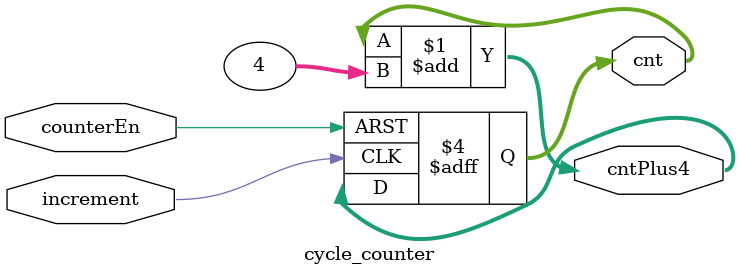
<source format=sv>
`timescale 1ns / 1ps


module cycle_counter(
    input logic increment,
    input logic counterEn,
    output logic [31:0] cnt,
    output logic [31:0] cntPlus4
    );
    
//    initial 
//        cnt = 0;
    
    
    assign cntPlus4 = cnt + 4;
    
    always_ff @(posedge increment or negedge counterEn) begin
        if(!counterEn)
            cnt <= 0;
        else
            cnt <= cntPlus4;
    end
    
    
endmodule

</source>
